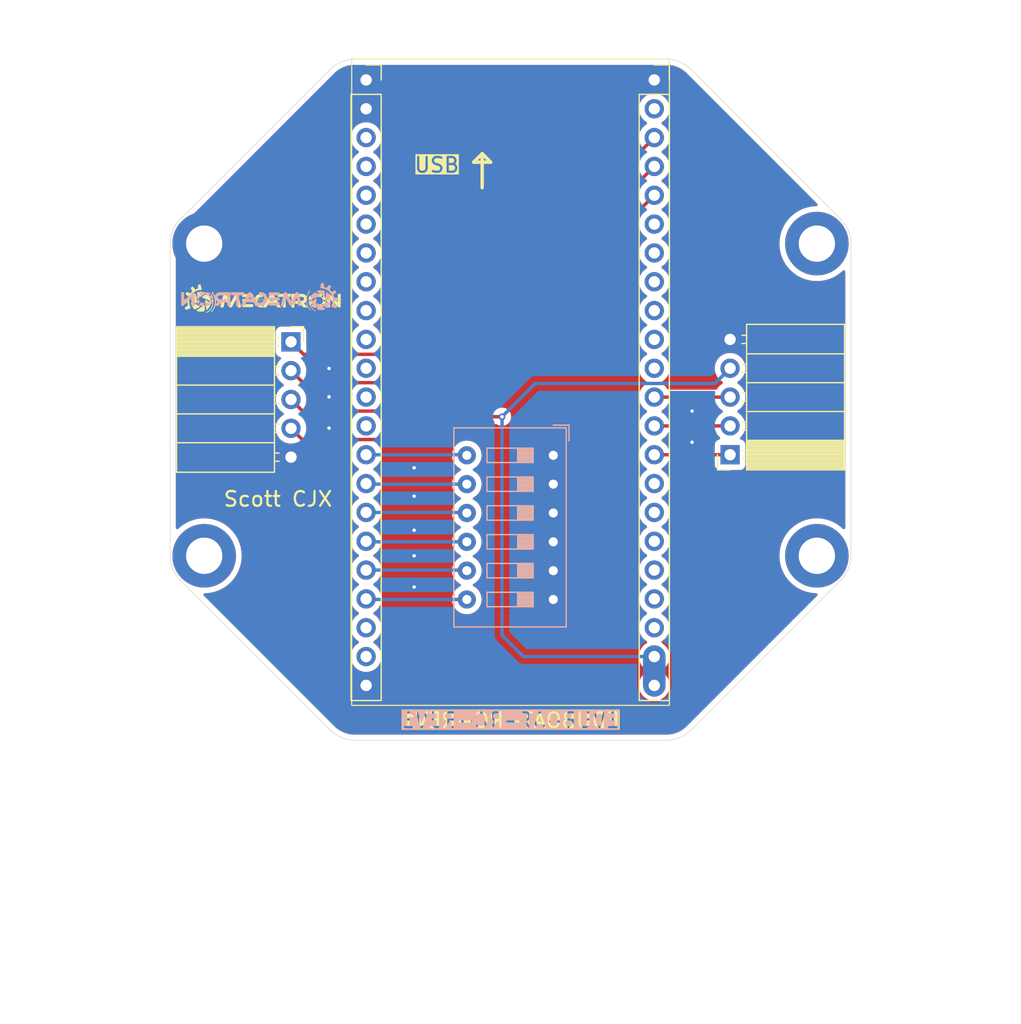
<source format=kicad_pcb>
(kicad_pcb (version 20241229) (generator "pcbnew") (generator_version "9.0")
  (layers (0 "F.Cu" signal) (2 "B.Cu" signal) (13 "F.Paste" user) (15 "B.Paste" user) (5 "F.SilkS" user "F.Silkscreen") (7 "B.SilkS" user "B.Silkscreen") (1 "F.Mask" user) (3 "B.Mask" user) (25 "Edge.Cuts" user))
  (net 0 "")
  (net 1 "GND")
  (net 2 "/GP47")
  (net 3 "/GP38")
  (net 4 "/GP35")
  (net 5 "/GP37")
  (net 6 "/GP36")
  (net 7 "/GP20")
  (net 8 "/GP19")
  (net 9 "/GP48")
  (net 10 "/GP45")
  (net 11 "/CHNL-SEL-B2")
  (net 12 "/CHNL-SEL-B0")
  (net 13 "/UART_TX")
  (net 14 "/CHNL-SEL-B3")
  (net 15 "/GP00")
  (net 16 "/UART_RX")
  (net 17 "/GP21")
  (net 18 "/CHNL-SEL-B1")
  (net 19 "/CHNL-SEL-B4")
  (net 20 "/CHNL-SEL-B5")
  (net 21 "/GP46")
  (net 22 "/GP04")
  (net 23 "/GP09")
  (net 24 "/RST")
  (net 25 "/GP16")
  (net 26 "/GP11")
  (net 27 "/GP13")
  (net 28 "/GP14")
  (net 29 "/GP08")
  (net 30 "+3V3")
  (net 31 "/GP10")
  (net 32 "/GP06")
  (net 33 "+5V")
  (net 34 "/GP15")
  (net 35 "/GP17")
  (net 36 "/GP07")
  (net 37 "/GP03")
  (net 38 "/GP12")
  (net 39 "/GP18")
  (net 40 "/GP05")
  (footprint "MountingHole:MountingHole_3.2mm_M3_DIN965_Pad_TopBottom" (layer "F.Cu") (at 63 93.75)
    (property "Reference" "H103" (hide yes))
    (property "Value" "MountingHole_Pad")
    (pad "1" thru_hole circle (at 0 0) (size 3.6 3.6) (drill 3.2) (layers "*.Cu" "*.Mask"))
    (pad "1" connect circle (at 0 0) (size 5.6 5.6) (layers "F.Cu" "F.Mask"))
    (pad "1" connect circle (at 0 0) (size 5.6 5.6) (layers "B.Cu" "B.Mask"))
  )
  (footprint "Connector_PinSocket_2.54mm:PinSocket_1x22_P2.54mm_Vertical" (layer "F.Cu") (at 102.67 51.83)
    (property "Reference" "J102" (hide yes))
    (property "Value" "ESP32-R")
    (property "SIGP" "" (at 0 -6.35 0) (layer "F.SilkS" knockout) (effects (font (size 1.5 1.5) (thickness 0.3))))
    (pad "1" thru_hole rect (at 0 0) (size 1.7 1.7) (drill 1) (layers "*.Cu" "*.Mask") (net 1 "GND"))
    (pad "2" thru_hole oval (at 0 2.54) (size 1.7 1.7) (drill 1) (layers "*.Cu" "*.Mask") (net 33 "+5V"))
    (pad "3" thru_hole oval (at 0 5.08) (size 1.7 1.7) (drill 1) (layers "*.Cu" "*.Mask") (net 28 "/GP14"))
    (pad "4" thru_hole oval (at 0 7.62) (size 1.7 1.7) (drill 1) (layers "*.Cu" "*.Mask") (net 27 "/GP13"))
    (pad "5" thru_hole oval (at 0 10.16) (size 1.7 1.7) (drill 1) (layers "*.Cu" "*.Mask") (net 38 "/GP12"))
    (pad "6" thru_hole oval (at 0 12.7) (size 1.7 1.7) (drill 1) (layers "*.Cu" "*.Mask") (net 26 "/GP11"))
    (pad "7" thru_hole oval (at 0 15.24) (size 1.7 1.7) (drill 1) (layers "*.Cu" "*.Mask") (net 31 "/GP10"))
    (pad "8" thru_hole oval (at 0 17.78) (size 1.7 1.7) (drill 1) (layers "*.Cu" "*.Mask") (net 23 "/GP09"))
    (pad "9" thru_hole oval (at 0 20.32) (size 1.7 1.7) (drill 1) (layers "*.Cu" "*.Mask") (net 21 "/GP46"))
    (pad "10" thru_hole oval (at 0 22.86) (size 1.7 1.7) (drill 1) (layers "*.Cu" "*.Mask") (net 37 "/GP03"))
    (pad "11" thru_hole oval (at 0 25.4) (size 1.7 1.7) (drill 1) (layers "*.Cu" "*.Mask") (net 29 "/GP08"))
    (pad "12" thru_hole oval (at 0 27.94) (size 1.7 1.7) (drill 1) (layers "*.Cu" "*.Mask") (net 39 "/GP18"))
    (pad "13" thru_hole oval (at 0 30.48) (size 1.7 1.7) (drill 1) (layers "*.Cu" "*.Mask") (net 35 "/GP17"))
    (pad "14" thru_hole oval (at 0 33.02) (size 1.7 1.7) (drill 1) (layers "*.Cu" "*.Mask") (net 25 "/GP16"))
    (pad "15" thru_hole oval (at 0 35.56) (size 1.7 1.7) (drill 1) (layers "*.Cu" "*.Mask") (net 34 "/GP15"))
    (pad "16" thru_hole oval (at 0 38.1) (size 1.7 1.7) (drill 1) (layers "*.Cu" "*.Mask") (net 36 "/GP07"))
    (pad "17" thru_hole oval (at 0 40.64) (size 1.7 1.7) (drill 1) (layers "*.Cu" "*.Mask") (net 32 "/GP06"))
    (pad "18" thru_hole oval (at 0 43.18) (size 1.7 1.7) (drill 1) (layers "*.Cu" "*.Mask") (net 40 "/GP05"))
    (pad "19" thru_hole oval (at 0 45.72) (size 1.7 1.7) (drill 1) (layers "*.Cu" "*.Mask") (net 22 "/GP04"))
    (pad "20" thru_hole oval (at 0 48.26) (size 1.7 1.7) (drill 1) (layers "*.Cu" "*.Mask") (net 24 "/RST"))
    (pad "21" thru_hole oval (at 0 50.8) (size 1.7 1.7) (drill 1) (layers "*.Cu" "*.Mask") (net 30 "+3V3"))
    (pad "22" thru_hole oval (at 0 53.34) (size 1.7 1.7) (drill 1) (layers "*.Cu" "*.Mask") (net 30 "+3V3"))
  )
  (footprint "MountingHole:MountingHole_3.2mm_M3_DIN965_Pad_TopBottom" (layer "F.Cu") (at 117 66.25)
    (property "Reference" "H102" (hide yes))
    (property "Value" "MountingHole_Pad")
    (pad "1" thru_hole circle (at 0 0) (size 3.6 3.6) (drill 3.2) (layers "*.Cu" "*.Mask"))
    (pad "1" connect circle (at 0 0) (size 5.6 5.6) (layers "F.Cu" "F.Mask"))
    (pad "1" connect circle (at 0 0) (size 5.6 5.6) (layers "B.Cu" "B.Mask"))
  )
  (footprint "Connector_PinSocket_2.54mm:PinSocket_1x05_P2.54mm_Horizontal" (layer "F.Cu") (at 109.35 84.85 180)
    (property "Reference" "J104" (hide yes))
    (property "Value" "Conn_01x05")
    (pad "1" thru_hole rect (at 0 0 180) (size 1.7 1.7) (drill 1) (layers "*.Cu" "*.Mask") (net 25 "/GP16"))
    (pad "2" thru_hole oval (at 0 2.54 180) (size 1.7 1.7) (drill 1) (layers "*.Cu" "*.Mask") (net 35 "/GP17"))
    (pad "3" thru_hole oval (at 0 5.08 180) (size 1.7 1.7) (drill 1) (layers "*.Cu" "*.Mask") (net 39 "/GP18"))
    (pad "4" thru_hole oval (at 0 7.62 180) (size 1.7 1.7) (drill 1) (layers "*.Cu" "*.Mask") (net 30 "+3V3"))
    (pad "5" thru_hole oval (at 0 10.16 180) (size 1.7 1.7) (drill 1) (layers "*.Cu" "*.Mask") (net 1 "GND"))
  )
  (footprint "MountingHole:MountingHole_3.2mm_M3_DIN965_Pad_TopBottom" (layer "F.Cu") (at 117 93.75)
    (property "Reference" "H104" (hide yes))
    (property "Value" "MountingHole_Pad")
    (pad "1" thru_hole circle (at 0 0) (size 3.6 3.6) (drill 3.2) (layers "*.Cu" "*.Mask"))
    (pad "1" connect circle (at 0 0) (size 5.6 5.6) (layers "F.Cu" "F.Mask"))
    (pad "1" connect circle (at 0 0) (size 5.6 5.6) (layers "B.Cu" "B.Mask"))
  )
  (footprint "Connector_PinSocket_2.54mm:PinSocket_1x05_P2.54mm_Horizontal" (layer "F.Cu") (at 70.65 74.9)
    (property "Reference" "J103" (hide yes))
    (property "Value" "Conn_01x05")
    (pad "1" thru_hole rect (at 0 0) (size 1.7 1.7) (drill 1) (layers "*.Cu" "*.Mask") (net 28 "/GP14"))
    (pad "2" thru_hole oval (at 0 2.54) (size 1.7 1.7) (drill 1) (layers "*.Cu" "*.Mask") (net 27 "/GP13"))
    (pad "3" thru_hole oval (at 0 5.08) (size 1.7 1.7) (drill 1) (layers "*.Cu" "*.Mask") (net 38 "/GP12"))
    (pad "4" thru_hole oval (at 0 7.62) (size 1.7 1.7) (drill 1) (layers "*.Cu" "*.Mask") (net 30 "+3V3"))
    (pad "5" thru_hole oval (at 0 10.16) (size 1.7 1.7) (drill 1) (layers "*.Cu" "*.Mask") (net 1 "GND"))
  )
  (footprint "Connector_PinSocket_2.54mm:PinSocket_1x22_P2.54mm_Vertical" (layer "F.Cu") (at 77.27 51.83)
    (property "Reference" "J101" (hide yes))
    (property "Value" "ESP32-L")
    (property "SIGP" "" (at 0 -6.35 0) (layer "F.SilkS" knockout) (effects (font (size 1.5 1.5) (thickness 0.3))))
    (pad "1" thru_hole rect (at 0 0) (size 1.7 1.7) (drill 1) (layers "*.Cu" "*.Mask") (net 1 "GND"))
    (pad "2" thru_hole oval (at 0 2.54) (size 1.7 1.7) (drill 1) (layers "*.Cu" "*.Mask") (net 1 "GND"))
    (pad "3" thru_hole oval (at 0 5.08) (size 1.7 1.7) (drill 1) (layers "*.Cu" "*.Mask") (net 8 "/GP19"))
    (pad "4" thru_hole oval (at 0 7.62) (size 1.7 1.7) (drill 1) (layers "*.Cu" "*.Mask") (net 7 "/GP20"))
    (pad "5" thru_hole oval (at 0 10.16) (size 1.7 1.7) (drill 1) (layers "*.Cu" "*.Mask") (net 17 "/GP21"))
    (pad "6" thru_hole oval (at 0 12.7) (size 1.7 1.7) (drill 1) (layers "*.Cu" "*.Mask") (net 2 "/GP47"))
    (pad "7" thru_hole oval (at 0 15.24) (size 1.7 1.7) (drill 1) (layers "*.Cu" "*.Mask") (net 9 "/GP48"))
    (pad "8" thru_hole oval (at 0 17.78) (size 1.7 1.7) (drill 1) (layers "*.Cu" "*.Mask") (net 10 "/GP45"))
    (pad "9" thru_hole oval (at 0 20.32) (size 1.7 1.7) (drill 1) (layers "*.Cu" "*.Mask") (net 15 "/GP00"))
    (pad "10" thru_hole oval (at 0 22.86) (size 1.7 1.7) (drill 1) (layers "*.Cu" "*.Mask") (net 4 "/GP35"))
    (pad "11" thru_hole oval (at 0 25.4) (size 1.7 1.7) (drill 1) (layers "*.Cu" "*.Mask") (net 6 "/GP36"))
    (pad "12" thru_hole oval (at 0 27.94) (size 1.7 1.7) (drill 1) (layers "*.Cu" "*.Mask") (net 5 "/GP37"))
    (pad "13" thru_hole oval (at 0 30.48) (size 1.7 1.7) (drill 1) (layers "*.Cu" "*.Mask") (net 3 "/GP38"))
    (pad "14" thru_hole oval (at 0 33.02) (size 1.7 1.7) (drill 1) (layers "*.Cu" "*.Mask") (net 12 "/CHNL-SEL-B0"))
    (pad "15" thru_hole oval (at 0 35.56) (size 1.7 1.7) (drill 1) (layers "*.Cu" "*.Mask") (net 18 "/CHNL-SEL-B1"))
    (pad "16" thru_hole oval (at 0 38.1) (size 1.7 1.7) (drill 1) (layers "*.Cu" "*.Mask") (net 11 "/CHNL-SEL-B2"))
    (pad "17" thru_hole oval (at 0 40.64) (size 1.7 1.7) (drill 1) (layers "*.Cu" "*.Mask") (net 14 "/CHNL-SEL-B3"))
    (pad "18" thru_hole oval (at 0 43.18) (size 1.7 1.7) (drill 1) (layers "*.Cu" "*.Mask") (net 19 "/CHNL-SEL-B4"))
    (pad "19" thru_hole oval (at 0 45.72) (size 1.7 1.7) (drill 1) (layers "*.Cu" "*.Mask") (net 20 "/CHNL-SEL-B5"))
    (pad "20" thru_hole oval (at 0 48.26) (size 1.7 1.7) (drill 1) (layers "*.Cu" "*.Mask") (net 16 "/UART_RX"))
    (pad "21" thru_hole oval (at 0 50.8) (size 1.7 1.7) (drill 1) (layers "*.Cu" "*.Mask") (net 13 "/UART_TX"))
    (pad "22" thru_hole oval (at 0 53.34) (size 1.7 1.7) (drill 1) (layers "*.Cu" "*.Mask") (net 1 "GND"))
  )
  (footprint "MountingHole:MountingHole_3.2mm_M3_DIN965_Pad_TopBottom" (layer "F.Cu") (at 63 66.25)
    (property "Reference" "H101" (hide yes))
    (property "Value" "MountingHole_Pad")
    (pad "1" thru_hole circle (at 0 0) (size 3.6 3.6) (drill 3.2) (layers "*.Cu" "*.Mask") (net 1 "GND"))
    (pad "1" connect circle (at 0 0) (size 5.6 5.6) (layers "F.Cu" "F.Mask") (net 1 "GND"))
    (pad "1" connect circle (at 0 0) (size 5.6 5.6) (layers "B.Cu" "B.Mask") (net 1 "GND"))
  )
  (footprint "mecatron-logo-fp:mecatron-logo-fp15" (layer "F.Cu") (at 68 71.25)
    (property "Reference" "G***" (hide yes))
    (property "Value" "LOGO" (hide yes))
  )
  (footprint "Button_Switch_THT:SW_DIP_SPSTx06_Slide_9.78x17.42mm_W7.62mm_P2.54mm" (layer "B.Cu") (at 93.7675 84.9 180)
    (property "Reference" "SW101" (hide yes))
    (property "Value" "SW_DIP_x06")
    (pad "1" thru_hole rect (at 0 0 180) (size 1.6 1.6) (drill 0.8) (layers "*.Cu" "*.Mask") (net 1 "GND"))
    (pad "2" thru_hole oval (at 0 -2.54 180) (size 1.6 1.6) (drill 0.8) (layers "*.Cu" "*.Mask") (net 1 "GND"))
    (pad "3" thru_hole oval (at 0 -5.08 180) (size 1.6 1.6) (drill 0.8) (layers "*.Cu" "*.Mask") (net 1 "GND"))
    (pad "4" thru_hole oval (at 0 -7.62 180) (size 1.6 1.6) (drill 0.8) (layers "*.Cu" "*.Mask") (net 1 "GND"))
    (pad "5" thru_hole oval (at 0 -10.16 180) (size 1.6 1.6) (drill 0.8) (layers "*.Cu" "*.Mask") (net 1 "GND"))
    (pad "6" thru_hole oval (at 0 -12.7 180) (size 1.6 1.6) (drill 0.8) (layers "*.Cu" "*.Mask") (net 1 "GND"))
    (pad "7" thru_hole oval (at 7.62 -12.7 180) (size 1.6 1.6) (drill 0.8) (layers "*.Cu" "*.Mask") (net 20 "/CHNL-SEL-B5"))
    (pad "8" thru_hole oval (at 7.62 -10.16 180) (size 1.6 1.6) (drill 0.8) (layers "*.Cu" "*.Mask") (net 19 "/CHNL-SEL-B4"))
    (pad "9" thru_hole oval (at 7.62 -7.62 180) (size 1.6 1.6) (drill 0.8) (layers "*.Cu" "*.Mask") (net 14 "/CHNL-SEL-B3"))
    (pad "10" thru_hole oval (at 7.62 -5.08 180) (size 1.6 1.6) (drill 0.8) (layers "*.Cu" "*.Mask") (net 11 "/CHNL-SEL-B2"))
    (pad "11" thru_hole oval (at 7.62 -2.54 180) (size 1.6 1.6) (drill 0.8) (layers "*.Cu" "*.Mask") (net 18 "/CHNL-SEL-B1"))
    (pad "12" thru_hole oval (at 7.62 0 180) (size 1.6 1.6) (drill 0.8) (layers "*.Cu" "*.Mask") (net 12 "/CHNL-SEL-B0"))
  )
  (footprint "mecatron-logo-fp:mecatron-logo-fp15" (layer "B.Cu") (at 67.999545 71.109323 180)
    (property "Reference" "G***" (hide yes))
    (property "Value" "LOGO" (hide yes))
  )
  (gr_line (start 86.75 59.075) (end 88.25 59.075) (stroke (width 0.3)) (layer "F.SilkS"))
  (gr_line (start 87.5 58.325) (end 86.75 59.075) (stroke (width 0.3)) (layer "F.SilkS"))
  (gr_line (start 87.5 61.325) (end 87.5 58.325) (stroke (width 0.3)) (layer "F.SilkS"))
  (gr_rect (start 76 49.925) (end 104 106.925) (stroke (width 0.1)) (fill no) (layer "F.SilkS"))
  (gr_line (start 88.25 59.075) (end 87.5 58.325) (stroke (width 0.3)) (layer "F.SilkS"))
  (gr_line (start 119.12132 95.87868) (end 105.878679 109.121321) (stroke (width 0.05)) (layer "Edge.Cuts"))
  (gr_arc (start 74.12132 50.87868) (mid 75.094593 50.228375) (end 76.242641 50) (stroke (width 0.05)) (layer "Edge.Cuts"))
  (gr_arc (start 76.242641 110) (mid 75.094582 109.771652) (end 74.12132 109.12132) (stroke (width 0.05)) (layer "Edge.Cuts"))
  (gr_arc (start 105.878679 109.121321) (mid 104.905407 109.771626) (end 103.757359 110) (stroke (width 0.05)) (layer "Edge.Cuts"))
  (gr_line (start 103.757359 110) (end 76.242641 110) (stroke (width 0.05)) (layer "Edge.Cuts"))
  (gr_line (start 74.12132 50.87868) (end 60.878679 64.121321) (stroke (width 0.05)) (layer "Edge.Cuts"))
  (gr_arc (start 60 66.242641) (mid 60.228348 65.094582) (end 60.878679 64.121321) (stroke (width 0.05)) (layer "Edge.Cuts"))
  (gr_line (start 120 66.242641) (end 120 93.757359) (stroke (width 0.05)) (layer "Edge.Cuts"))
  (gr_arc (start 119.12132 64.12132) (mid 119.771625 65.094593) (end 120 66.242641) (stroke (width 0.05)) (layer "Edge.Cuts"))
  (gr_line (start 119.12132 64.12132) (end 105.878679 50.878679) (stroke (width 0.05)) (layer "Edge.Cuts"))
  (gr_line (start 74.12132 109.12132) (end 60.878679 95.878679) (stroke (width 0.05)) (layer "Edge.Cuts"))
  (gr_arc (start 120 93.757359) (mid 119.771652 94.905418) (end 119.12132 95.87868) (stroke (width 0.05)) (layer "Edge.Cuts"))
  (gr_line (start 60 66.242641) (end 60 93.757359) (stroke (width 0.05)) (layer "Edge.Cuts"))
  (gr_line (start 103.757359 50) (end 76.242641 50) (stroke (width 0.05)) (layer "Edge.Cuts"))
  (gr_arc (start 60.878679 95.878679) (mid 60.228374 94.905407) (end 60 93.757359) (stroke (width 0.05)) (layer "Edge.Cuts"))
  (gr_arc (start 103.757359 50) (mid 104.905418 50.228348) (end 105.878679 50.878679) (stroke (width 0.05)) (layer "Edge.Cuts"))
  (gr_text "Scott CJX" (at 69.5 88.75 0) (layer "F.SilkS") (effects (font (size 1.3 1.3) (thickness 0.2))))
  (gr_text "USB" (at 83.5 59.325 0) (layer "F.SilkS" knockout) (effects (font (size 1.3 1.3) (thickness 0.2))))
  (gr_text "EDUBOAT-RC-REV1" (at 90 108.25 0) (layer "F.SilkS" knockout) (effects (font (size 1.3 1.3) (thickness 0.2))))
  (gr_text "EDUBOAT-RC-REV1" (at 90 108.25 -0) (layer "B.SilkS" knockout) (effects (font (size 1.3 1.3) (thickness 0.2)) (justify mirror)))
  (via (at 74 79.75) (size 0.6) (drill 0.3) (layers "F.Cu" "B.Cu") (net 1))
  (via (at 81.5 86) (size 0.6) (drill 0.3) (layers "F.Cu" "B.Cu") (net 1))
  (via (at 81.5 88.5) (size 0.6) (drill 0.3) (layers "F.Cu" "B.Cu") (net 1))
  (via (at 81.5 91.5) (size 0.6) (drill 0.3) (layers "F.Cu" "B.Cu") (net 1))
  (via (at 74 82.5) (size 0.6) (drill 0.3) (layers "F.Cu" "B.Cu") (net 1))
  (via (at 106 81) (size 0.6) (drill 0.3) (layers "F.Cu" "B.Cu") (net 1))
  (via (at 81.5 93.75) (size 0.6) (drill 0.3) (layers "F.Cu" "B.Cu") (net 1))
  (via (at 74 77.25) (size 0.6) (drill 0.3) (layers "F.Cu" "B.Cu") (net 1))
  (via (at 81.5 96.5) (size 0.6) (drill 0.3) (layers "F.Cu" "B.Cu") (net 1))
  (via (at 106 83.75) (size 0.6) (drill 0.3) (layers "F.Cu" "B.Cu") (net 1))
  (segment (start 77.27 89.93) (end 86.0975 89.93) (width 0.3) (layer "B.Cu") (net 11))
  (segment (start 86.0975 89.93) (end 86.1475 89.98) (width 0.3) (layer "B.Cu") (net 11))
  (segment (start 86.0975 84.85) (end 86.1475 84.9) (width 0.3) (layer "B.Cu") (net 12))
  (segment (start 77.27 84.85) (end 86.0975 84.85) (width 0.3) (layer "B.Cu") (net 12))
  (segment (start 77.32 92.52) (end 77.27 92.47) (width 0.3) (layer "B.Cu") (net 14))
  (segment (start 86.1475 92.52) (end 77.32 92.52) (width 0.3) (layer "B.Cu") (net 14))
  (segment (start 77.32 87.44) (end 77.27 87.39) (width 0.3) (layer "B.Cu") (net 18))
  (segment (start 86.1475 87.44) (end 77.32 87.44) (width 0.3) (layer "B.Cu") (net 18))
  (segment (start 77.27 95.01) (end 86.0975 95.01) (width 0.3) (layer "B.Cu") (net 19))
  (segment (start 86.0975 95.01) (end 86.1475 95.06) (width 0.3) (layer "B.Cu") (net 19))
  (segment (start 86.1475 97.6) (end 77.32 97.6) (width 0.3) (layer "B.Cu") (net 20))
  (segment (start 77.32 97.6) (end 77.27 97.55) (width 0.3) (layer "B.Cu") (net 20))
  (segment (start 109.35 84.85) (end 102.67 84.85) (width 0.3) (layer "F.Cu") (net 25))
  (segment (start 71.71 78.5) (end 83.62 78.5) (width 0.3) (layer "F.Cu") (net 27))
  (segment (start 83.62 78.5) (end 102.67 59.45) (width 0.3) (layer "F.Cu") (net 27))
  (segment (start 70.65 77.44) (end 71.71 78.5) (width 0.3) (layer "F.Cu") (net 27))
  (segment (start 102.67 56.91) (end 83.58 76) (width 0.3) (layer "F.Cu") (net 28))
  (segment (start 83.58 76) (end 71.75 76) (width 0.3) (layer "F.Cu") (net 28))
  (segment (start 71.75 76) (end 70.65 74.9) (width 0.3) (layer "F.Cu") (net 28))
  (segment (start 71.64 83.51) (end 83.49 83.51) (width 0.3) (layer "F.Cu") (net 30))
  (segment (start 85.5 81.5) (end 89.25 81.5) (width 0.3) (layer "F.Cu") (net 30))
  (segment (start 70.65 82.52) (end 71.64 83.51) (width 0.3) (layer "F.Cu") (net 30))
  (segment (start 83.49 83.51) (end 85.5 81.5) (width 0.3) (layer "F.Cu") (net 30))
  (via (at 89.25 81.5) (size 0.6) (drill 0.3) (layers "F.Cu" "B.Cu") (net 30))
  (segment (start 108.01 78.57) (end 92.18 78.57) (width 0.3) (layer "B.Cu") (net 30))
  (segment (start 91.13 102.63) (end 102.67 102.63) (width 0.3) (layer "B.Cu") (net 30))
  (segment (start 102.67 105.17) (end 102.67 102.63) (width 2) (layer "B.Cu") (net 30))
  (segment (start 89.25 81.5) (end 89.25 100.75) (width 0.3) (layer "B.Cu") (net 30))
  (segment (start 92.18 78.57) (end 89.25 81.5) (width 0.3) (layer "B.Cu") (net 30))
  (segment (start 89.25 100.75) (end 91.13 102.63) (width 0.3) (layer "B.Cu") (net 30))
  (segment (start 109.35 77.23) (end 108.01 78.57) (width 0.3) (layer "B.Cu") (net 30))
  (segment (start 102.67 82.31) (end 109.35 82.31) (width 0.3) (layer "F.Cu") (net 35))
  (segment (start 71.67 81) (end 70.65 79.98) (width 0.3) (layer "F.Cu") (net 38))
  (segment (start 102.67 61.99) (end 83.66 81) (width 0.3) (layer "F.Cu") (net 38))
  (segment (start 83.66 81) (end 71.67 81) (width 0.3) (layer "F.Cu") (net 38))
  (segment (start 109.35 79.77) (end 102.67 79.77) (width 0.3) (layer "F.Cu") (net 39))
  (zone (net 1) (net_name "GND") (layers "F.Cu" "B.Cu") (connect_pads yes (clearance 0.5)) (min_thickness 0.25) (fill yes (thermal_gap 0.5) (thermal_bridge_width 0.5) (smoothing fillet) (radius 1))
    (polygon (pts (xy 135 135) (xy 45 135) (xy 45 45) (xy 135 45)))
  )
)
</source>
